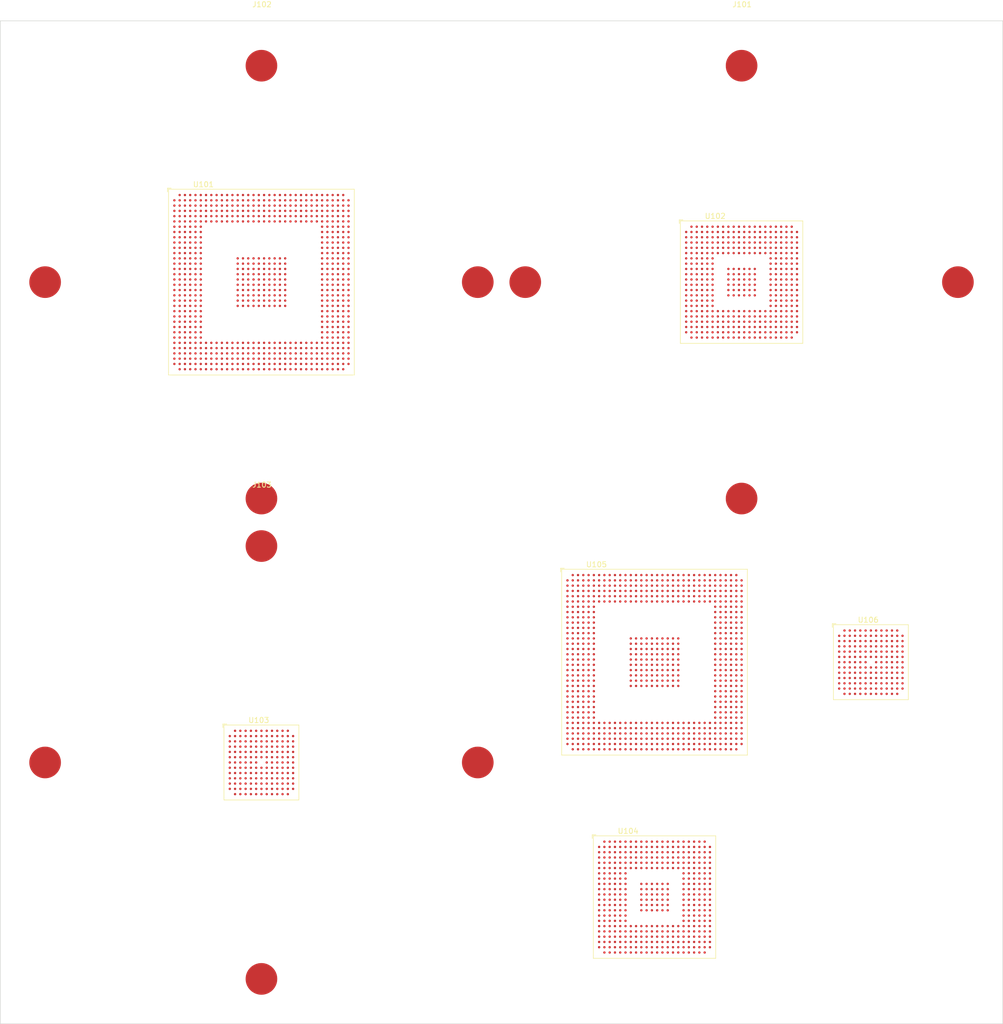
<source format=kicad_pcb>
(kicad_pcb (version 20221018) (generator pcbnew)
  (layers (0 "F.Cu" signal) (31 "B.Cu" signal) (34 "B.Paste" user) (35 "F.Paste" user) (36 "B.SilkS" user "B.Silkscreen") (37 "F.SilkS" user "F.Silkscreen") (38 "B.Mask" user) (39 "F.Mask" user) (44 "Edge.Cuts" user))
  (net 0 "")
  (footprint "PS2:PS2_CXD2980CGB_23.0x23.0mm_P1.0mm" (layer "F.Cu") (at 251 76.5)
    (fp_text reference "U102")
    (fp_text value "CXD2980")
  )
  (footprint "PS2:90x90_bga_stencil" (layer "F.Cu") (at 262.5 88)
    (fp_text reference "J101")
    (fp_text value "Solder_Point")
  )
  (footprint "PS2:BGA-169_14.0x14.0mm_Layout13x13_P1.0mm" (layer "F.Cu") (at 286.5 159.5)
    (fp_text reference "U106")
    (fp_text value "CXR726080")
  )
  (footprint "PS2:BGA-169_14.0x14.0mm_Layout13x13_P1.0mm" (layer "F.Cu") (at 171 178.5)
    (fp_text reference "U103")
    (fp_text value "CXR726080")
  )
  (footprint "PS2:90x90_bga_stencil" (layer "F.Cu") (at 171.5 179)
    (fp_text reference "J103")
    (fp_text value "Solder_Point")
  )
  (footprint "PS2:PS2_CXD2976GB_35.0x35.0mm_P1.0mm" (layer "F.Cu") (at 154 70.5)
    (fp_text reference "U101")
    (fp_text value "CXD2976GB")
  )
  (footprint "PS2:PS2_CXD2976GB_35.0x35.0mm_P1.0mm" (layer "F.Cu") (at 228.5 142.5)
    (fp_text reference "U105")
    (fp_text value "CXD2976GB")
  )
  (footprint "PS2:PS2_CXD2980CGB_23.0x23.0mm_P1.0mm" (layer "F.Cu") (at 234.5 193)
    (fp_text reference "U104")
    (fp_text value "CXD2980")
  )
  (footprint "PS2:90x90_bga_stencil" (layer "F.Cu") (at 171.5 88)
    (fp_text reference "J102")
    (fp_text value "Solder_Point")
  )
  (gr_rect (start 122 38.5) (end 312 228.5) (stroke (width 0.1)) (fill none) (layer "Edge.Cuts"))
)
</source>
